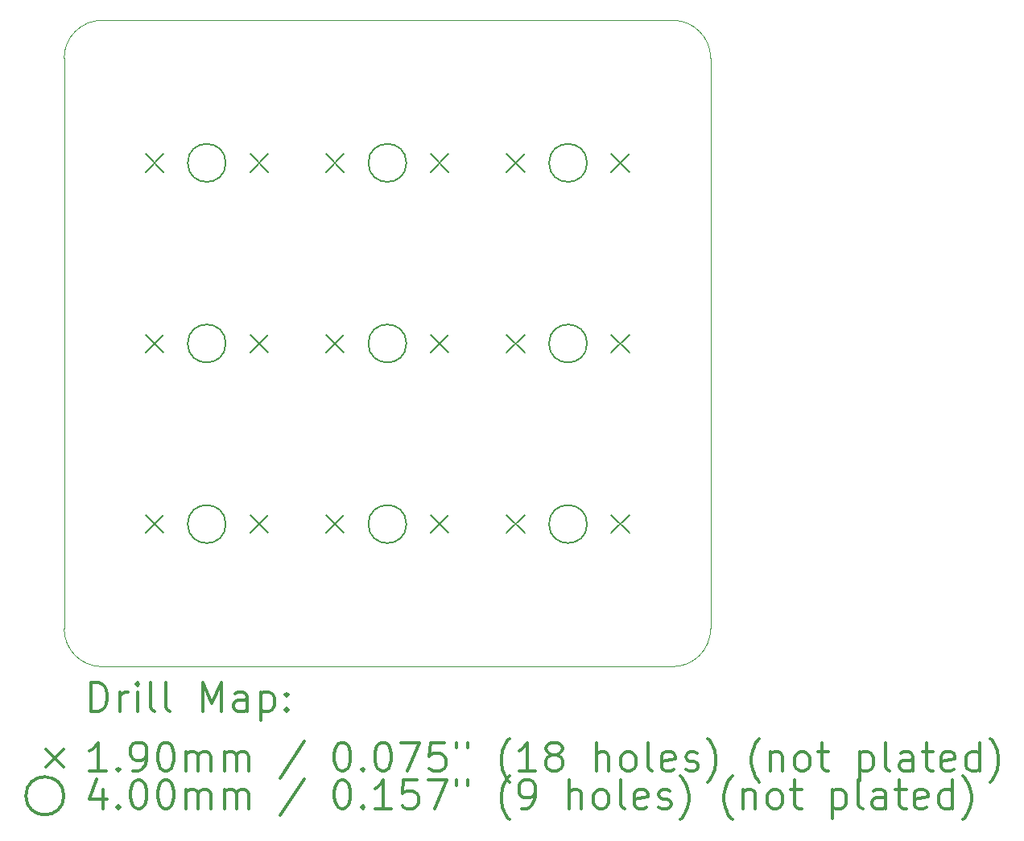
<source format=gbr>
%FSLAX45Y45*%
G04 Gerber Fmt 4.5, Leading zero omitted, Abs format (unit mm)*
G04 Created by KiCad (PCBNEW 5.1.6-1.fc32) date 2020-07-09 19:55:33*
%MOMM*%
%LPD*%
G01*
G04 APERTURE LIST*
%TA.AperFunction,Profile*%
%ADD10C,0.050000*%
%TD*%
%ADD11C,0.200000*%
%ADD12C,0.300000*%
G04 APERTURE END LIST*
D10*
X8500000Y-14900000D02*
X8500000Y-8900000D01*
X14900000Y-15300000D02*
X8900000Y-15300000D01*
X15300000Y-8900000D02*
X15300000Y-14900000D01*
X8900000Y-8500000D02*
X14900000Y-8500000D01*
X8500000Y-8900000D02*
G75*
G02*
X8900000Y-8500000I400000J0D01*
G01*
X8900000Y-15300000D02*
G75*
G02*
X8500000Y-14900000I0J400000D01*
G01*
X15300000Y-14900000D02*
G75*
G02*
X14900000Y-15300000I-400000J0D01*
G01*
X14900000Y-8500000D02*
G75*
G02*
X15300000Y-8900000I0J-400000D01*
G01*
D11*
X13155000Y-11805000D02*
X13345000Y-11995000D01*
X13345000Y-11805000D02*
X13155000Y-11995000D01*
X14255000Y-11805000D02*
X14445000Y-11995000D01*
X14445000Y-11805000D02*
X14255000Y-11995000D01*
X13155000Y-13705000D02*
X13345000Y-13895000D01*
X13345000Y-13705000D02*
X13155000Y-13895000D01*
X14255000Y-13705000D02*
X14445000Y-13895000D01*
X14445000Y-13705000D02*
X14255000Y-13895000D01*
X11255000Y-9905000D02*
X11445000Y-10095000D01*
X11445000Y-9905000D02*
X11255000Y-10095000D01*
X12355000Y-9905000D02*
X12545000Y-10095000D01*
X12545000Y-9905000D02*
X12355000Y-10095000D01*
X13155000Y-9905000D02*
X13345000Y-10095000D01*
X13345000Y-9905000D02*
X13155000Y-10095000D01*
X14255000Y-9905000D02*
X14445000Y-10095000D01*
X14445000Y-9905000D02*
X14255000Y-10095000D01*
X11255000Y-13705000D02*
X11445000Y-13895000D01*
X11445000Y-13705000D02*
X11255000Y-13895000D01*
X12355000Y-13705000D02*
X12545000Y-13895000D01*
X12545000Y-13705000D02*
X12355000Y-13895000D01*
X11255000Y-11805000D02*
X11445000Y-11995000D01*
X11445000Y-11805000D02*
X11255000Y-11995000D01*
X12355000Y-11805000D02*
X12545000Y-11995000D01*
X12545000Y-11805000D02*
X12355000Y-11995000D01*
X9355000Y-9905000D02*
X9545000Y-10095000D01*
X9545000Y-9905000D02*
X9355000Y-10095000D01*
X10455000Y-9905000D02*
X10645000Y-10095000D01*
X10645000Y-9905000D02*
X10455000Y-10095000D01*
X9355000Y-13705000D02*
X9545000Y-13895000D01*
X9545000Y-13705000D02*
X9355000Y-13895000D01*
X10455000Y-13705000D02*
X10645000Y-13895000D01*
X10645000Y-13705000D02*
X10455000Y-13895000D01*
X9355000Y-11805000D02*
X9545000Y-11995000D01*
X9545000Y-11805000D02*
X9355000Y-11995000D01*
X10455000Y-11805000D02*
X10645000Y-11995000D01*
X10645000Y-11805000D02*
X10455000Y-11995000D01*
X12100000Y-10000000D02*
G75*
G03*
X12100000Y-10000000I-200000J0D01*
G01*
X14000000Y-10000000D02*
G75*
G03*
X14000000Y-10000000I-200000J0D01*
G01*
X12100000Y-13800000D02*
G75*
G03*
X12100000Y-13800000I-200000J0D01*
G01*
X12100000Y-11900000D02*
G75*
G03*
X12100000Y-11900000I-200000J0D01*
G01*
X10200000Y-13800000D02*
G75*
G03*
X10200000Y-13800000I-200000J0D01*
G01*
X10200000Y-11900000D02*
G75*
G03*
X10200000Y-11900000I-200000J0D01*
G01*
X14000000Y-11900000D02*
G75*
G03*
X14000000Y-11900000I-200000J0D01*
G01*
X14000000Y-13800000D02*
G75*
G03*
X14000000Y-13800000I-200000J0D01*
G01*
X10200000Y-10000000D02*
G75*
G03*
X10200000Y-10000000I-200000J0D01*
G01*
D12*
X8783928Y-15768214D02*
X8783928Y-15468214D01*
X8855357Y-15468214D01*
X8898214Y-15482500D01*
X8926786Y-15511071D01*
X8941071Y-15539643D01*
X8955357Y-15596786D01*
X8955357Y-15639643D01*
X8941071Y-15696786D01*
X8926786Y-15725357D01*
X8898214Y-15753929D01*
X8855357Y-15768214D01*
X8783928Y-15768214D01*
X9083928Y-15768214D02*
X9083928Y-15568214D01*
X9083928Y-15625357D02*
X9098214Y-15596786D01*
X9112500Y-15582500D01*
X9141071Y-15568214D01*
X9169643Y-15568214D01*
X9269643Y-15768214D02*
X9269643Y-15568214D01*
X9269643Y-15468214D02*
X9255357Y-15482500D01*
X9269643Y-15496786D01*
X9283928Y-15482500D01*
X9269643Y-15468214D01*
X9269643Y-15496786D01*
X9455357Y-15768214D02*
X9426786Y-15753929D01*
X9412500Y-15725357D01*
X9412500Y-15468214D01*
X9612500Y-15768214D02*
X9583928Y-15753929D01*
X9569643Y-15725357D01*
X9569643Y-15468214D01*
X9955357Y-15768214D02*
X9955357Y-15468214D01*
X10055357Y-15682500D01*
X10155357Y-15468214D01*
X10155357Y-15768214D01*
X10426786Y-15768214D02*
X10426786Y-15611071D01*
X10412500Y-15582500D01*
X10383928Y-15568214D01*
X10326786Y-15568214D01*
X10298214Y-15582500D01*
X10426786Y-15753929D02*
X10398214Y-15768214D01*
X10326786Y-15768214D01*
X10298214Y-15753929D01*
X10283928Y-15725357D01*
X10283928Y-15696786D01*
X10298214Y-15668214D01*
X10326786Y-15653929D01*
X10398214Y-15653929D01*
X10426786Y-15639643D01*
X10569643Y-15568214D02*
X10569643Y-15868214D01*
X10569643Y-15582500D02*
X10598214Y-15568214D01*
X10655357Y-15568214D01*
X10683928Y-15582500D01*
X10698214Y-15596786D01*
X10712500Y-15625357D01*
X10712500Y-15711071D01*
X10698214Y-15739643D01*
X10683928Y-15753929D01*
X10655357Y-15768214D01*
X10598214Y-15768214D01*
X10569643Y-15753929D01*
X10841071Y-15739643D02*
X10855357Y-15753929D01*
X10841071Y-15768214D01*
X10826786Y-15753929D01*
X10841071Y-15739643D01*
X10841071Y-15768214D01*
X10841071Y-15582500D02*
X10855357Y-15596786D01*
X10841071Y-15611071D01*
X10826786Y-15596786D01*
X10841071Y-15582500D01*
X10841071Y-15611071D01*
X8307500Y-16167500D02*
X8497500Y-16357500D01*
X8497500Y-16167500D02*
X8307500Y-16357500D01*
X8941071Y-16398214D02*
X8769643Y-16398214D01*
X8855357Y-16398214D02*
X8855357Y-16098214D01*
X8826786Y-16141071D01*
X8798214Y-16169643D01*
X8769643Y-16183929D01*
X9069643Y-16369643D02*
X9083928Y-16383929D01*
X9069643Y-16398214D01*
X9055357Y-16383929D01*
X9069643Y-16369643D01*
X9069643Y-16398214D01*
X9226786Y-16398214D02*
X9283928Y-16398214D01*
X9312500Y-16383929D01*
X9326786Y-16369643D01*
X9355357Y-16326786D01*
X9369643Y-16269643D01*
X9369643Y-16155357D01*
X9355357Y-16126786D01*
X9341071Y-16112500D01*
X9312500Y-16098214D01*
X9255357Y-16098214D01*
X9226786Y-16112500D01*
X9212500Y-16126786D01*
X9198214Y-16155357D01*
X9198214Y-16226786D01*
X9212500Y-16255357D01*
X9226786Y-16269643D01*
X9255357Y-16283929D01*
X9312500Y-16283929D01*
X9341071Y-16269643D01*
X9355357Y-16255357D01*
X9369643Y-16226786D01*
X9555357Y-16098214D02*
X9583928Y-16098214D01*
X9612500Y-16112500D01*
X9626786Y-16126786D01*
X9641071Y-16155357D01*
X9655357Y-16212500D01*
X9655357Y-16283929D01*
X9641071Y-16341071D01*
X9626786Y-16369643D01*
X9612500Y-16383929D01*
X9583928Y-16398214D01*
X9555357Y-16398214D01*
X9526786Y-16383929D01*
X9512500Y-16369643D01*
X9498214Y-16341071D01*
X9483928Y-16283929D01*
X9483928Y-16212500D01*
X9498214Y-16155357D01*
X9512500Y-16126786D01*
X9526786Y-16112500D01*
X9555357Y-16098214D01*
X9783928Y-16398214D02*
X9783928Y-16198214D01*
X9783928Y-16226786D02*
X9798214Y-16212500D01*
X9826786Y-16198214D01*
X9869643Y-16198214D01*
X9898214Y-16212500D01*
X9912500Y-16241071D01*
X9912500Y-16398214D01*
X9912500Y-16241071D02*
X9926786Y-16212500D01*
X9955357Y-16198214D01*
X9998214Y-16198214D01*
X10026786Y-16212500D01*
X10041071Y-16241071D01*
X10041071Y-16398214D01*
X10183928Y-16398214D02*
X10183928Y-16198214D01*
X10183928Y-16226786D02*
X10198214Y-16212500D01*
X10226786Y-16198214D01*
X10269643Y-16198214D01*
X10298214Y-16212500D01*
X10312500Y-16241071D01*
X10312500Y-16398214D01*
X10312500Y-16241071D02*
X10326786Y-16212500D01*
X10355357Y-16198214D01*
X10398214Y-16198214D01*
X10426786Y-16212500D01*
X10441071Y-16241071D01*
X10441071Y-16398214D01*
X11026786Y-16083929D02*
X10769643Y-16469643D01*
X11412500Y-16098214D02*
X11441071Y-16098214D01*
X11469643Y-16112500D01*
X11483928Y-16126786D01*
X11498214Y-16155357D01*
X11512500Y-16212500D01*
X11512500Y-16283929D01*
X11498214Y-16341071D01*
X11483928Y-16369643D01*
X11469643Y-16383929D01*
X11441071Y-16398214D01*
X11412500Y-16398214D01*
X11383928Y-16383929D01*
X11369643Y-16369643D01*
X11355357Y-16341071D01*
X11341071Y-16283929D01*
X11341071Y-16212500D01*
X11355357Y-16155357D01*
X11369643Y-16126786D01*
X11383928Y-16112500D01*
X11412500Y-16098214D01*
X11641071Y-16369643D02*
X11655357Y-16383929D01*
X11641071Y-16398214D01*
X11626786Y-16383929D01*
X11641071Y-16369643D01*
X11641071Y-16398214D01*
X11841071Y-16098214D02*
X11869643Y-16098214D01*
X11898214Y-16112500D01*
X11912500Y-16126786D01*
X11926786Y-16155357D01*
X11941071Y-16212500D01*
X11941071Y-16283929D01*
X11926786Y-16341071D01*
X11912500Y-16369643D01*
X11898214Y-16383929D01*
X11869643Y-16398214D01*
X11841071Y-16398214D01*
X11812500Y-16383929D01*
X11798214Y-16369643D01*
X11783928Y-16341071D01*
X11769643Y-16283929D01*
X11769643Y-16212500D01*
X11783928Y-16155357D01*
X11798214Y-16126786D01*
X11812500Y-16112500D01*
X11841071Y-16098214D01*
X12041071Y-16098214D02*
X12241071Y-16098214D01*
X12112500Y-16398214D01*
X12498214Y-16098214D02*
X12355357Y-16098214D01*
X12341071Y-16241071D01*
X12355357Y-16226786D01*
X12383928Y-16212500D01*
X12455357Y-16212500D01*
X12483928Y-16226786D01*
X12498214Y-16241071D01*
X12512500Y-16269643D01*
X12512500Y-16341071D01*
X12498214Y-16369643D01*
X12483928Y-16383929D01*
X12455357Y-16398214D01*
X12383928Y-16398214D01*
X12355357Y-16383929D01*
X12341071Y-16369643D01*
X12626786Y-16098214D02*
X12626786Y-16155357D01*
X12741071Y-16098214D02*
X12741071Y-16155357D01*
X13183928Y-16512500D02*
X13169643Y-16498214D01*
X13141071Y-16455357D01*
X13126786Y-16426786D01*
X13112500Y-16383929D01*
X13098214Y-16312500D01*
X13098214Y-16255357D01*
X13112500Y-16183929D01*
X13126786Y-16141071D01*
X13141071Y-16112500D01*
X13169643Y-16069643D01*
X13183928Y-16055357D01*
X13455357Y-16398214D02*
X13283928Y-16398214D01*
X13369643Y-16398214D02*
X13369643Y-16098214D01*
X13341071Y-16141071D01*
X13312500Y-16169643D01*
X13283928Y-16183929D01*
X13626786Y-16226786D02*
X13598214Y-16212500D01*
X13583928Y-16198214D01*
X13569643Y-16169643D01*
X13569643Y-16155357D01*
X13583928Y-16126786D01*
X13598214Y-16112500D01*
X13626786Y-16098214D01*
X13683928Y-16098214D01*
X13712500Y-16112500D01*
X13726786Y-16126786D01*
X13741071Y-16155357D01*
X13741071Y-16169643D01*
X13726786Y-16198214D01*
X13712500Y-16212500D01*
X13683928Y-16226786D01*
X13626786Y-16226786D01*
X13598214Y-16241071D01*
X13583928Y-16255357D01*
X13569643Y-16283929D01*
X13569643Y-16341071D01*
X13583928Y-16369643D01*
X13598214Y-16383929D01*
X13626786Y-16398214D01*
X13683928Y-16398214D01*
X13712500Y-16383929D01*
X13726786Y-16369643D01*
X13741071Y-16341071D01*
X13741071Y-16283929D01*
X13726786Y-16255357D01*
X13712500Y-16241071D01*
X13683928Y-16226786D01*
X14098214Y-16398214D02*
X14098214Y-16098214D01*
X14226786Y-16398214D02*
X14226786Y-16241071D01*
X14212500Y-16212500D01*
X14183928Y-16198214D01*
X14141071Y-16198214D01*
X14112500Y-16212500D01*
X14098214Y-16226786D01*
X14412500Y-16398214D02*
X14383928Y-16383929D01*
X14369643Y-16369643D01*
X14355357Y-16341071D01*
X14355357Y-16255357D01*
X14369643Y-16226786D01*
X14383928Y-16212500D01*
X14412500Y-16198214D01*
X14455357Y-16198214D01*
X14483928Y-16212500D01*
X14498214Y-16226786D01*
X14512500Y-16255357D01*
X14512500Y-16341071D01*
X14498214Y-16369643D01*
X14483928Y-16383929D01*
X14455357Y-16398214D01*
X14412500Y-16398214D01*
X14683928Y-16398214D02*
X14655357Y-16383929D01*
X14641071Y-16355357D01*
X14641071Y-16098214D01*
X14912500Y-16383929D02*
X14883928Y-16398214D01*
X14826786Y-16398214D01*
X14798214Y-16383929D01*
X14783928Y-16355357D01*
X14783928Y-16241071D01*
X14798214Y-16212500D01*
X14826786Y-16198214D01*
X14883928Y-16198214D01*
X14912500Y-16212500D01*
X14926786Y-16241071D01*
X14926786Y-16269643D01*
X14783928Y-16298214D01*
X15041071Y-16383929D02*
X15069643Y-16398214D01*
X15126786Y-16398214D01*
X15155357Y-16383929D01*
X15169643Y-16355357D01*
X15169643Y-16341071D01*
X15155357Y-16312500D01*
X15126786Y-16298214D01*
X15083928Y-16298214D01*
X15055357Y-16283929D01*
X15041071Y-16255357D01*
X15041071Y-16241071D01*
X15055357Y-16212500D01*
X15083928Y-16198214D01*
X15126786Y-16198214D01*
X15155357Y-16212500D01*
X15269643Y-16512500D02*
X15283928Y-16498214D01*
X15312500Y-16455357D01*
X15326786Y-16426786D01*
X15341071Y-16383929D01*
X15355357Y-16312500D01*
X15355357Y-16255357D01*
X15341071Y-16183929D01*
X15326786Y-16141071D01*
X15312500Y-16112500D01*
X15283928Y-16069643D01*
X15269643Y-16055357D01*
X15812500Y-16512500D02*
X15798214Y-16498214D01*
X15769643Y-16455357D01*
X15755357Y-16426786D01*
X15741071Y-16383929D01*
X15726786Y-16312500D01*
X15726786Y-16255357D01*
X15741071Y-16183929D01*
X15755357Y-16141071D01*
X15769643Y-16112500D01*
X15798214Y-16069643D01*
X15812500Y-16055357D01*
X15926786Y-16198214D02*
X15926786Y-16398214D01*
X15926786Y-16226786D02*
X15941071Y-16212500D01*
X15969643Y-16198214D01*
X16012500Y-16198214D01*
X16041071Y-16212500D01*
X16055357Y-16241071D01*
X16055357Y-16398214D01*
X16241071Y-16398214D02*
X16212500Y-16383929D01*
X16198214Y-16369643D01*
X16183928Y-16341071D01*
X16183928Y-16255357D01*
X16198214Y-16226786D01*
X16212500Y-16212500D01*
X16241071Y-16198214D01*
X16283928Y-16198214D01*
X16312500Y-16212500D01*
X16326786Y-16226786D01*
X16341071Y-16255357D01*
X16341071Y-16341071D01*
X16326786Y-16369643D01*
X16312500Y-16383929D01*
X16283928Y-16398214D01*
X16241071Y-16398214D01*
X16426786Y-16198214D02*
X16541071Y-16198214D01*
X16469643Y-16098214D02*
X16469643Y-16355357D01*
X16483928Y-16383929D01*
X16512500Y-16398214D01*
X16541071Y-16398214D01*
X16869643Y-16198214D02*
X16869643Y-16498214D01*
X16869643Y-16212500D02*
X16898214Y-16198214D01*
X16955357Y-16198214D01*
X16983928Y-16212500D01*
X16998214Y-16226786D01*
X17012500Y-16255357D01*
X17012500Y-16341071D01*
X16998214Y-16369643D01*
X16983928Y-16383929D01*
X16955357Y-16398214D01*
X16898214Y-16398214D01*
X16869643Y-16383929D01*
X17183928Y-16398214D02*
X17155357Y-16383929D01*
X17141071Y-16355357D01*
X17141071Y-16098214D01*
X17426786Y-16398214D02*
X17426786Y-16241071D01*
X17412500Y-16212500D01*
X17383928Y-16198214D01*
X17326786Y-16198214D01*
X17298214Y-16212500D01*
X17426786Y-16383929D02*
X17398214Y-16398214D01*
X17326786Y-16398214D01*
X17298214Y-16383929D01*
X17283928Y-16355357D01*
X17283928Y-16326786D01*
X17298214Y-16298214D01*
X17326786Y-16283929D01*
X17398214Y-16283929D01*
X17426786Y-16269643D01*
X17526786Y-16198214D02*
X17641071Y-16198214D01*
X17569643Y-16098214D02*
X17569643Y-16355357D01*
X17583928Y-16383929D01*
X17612500Y-16398214D01*
X17641071Y-16398214D01*
X17855357Y-16383929D02*
X17826786Y-16398214D01*
X17769643Y-16398214D01*
X17741071Y-16383929D01*
X17726786Y-16355357D01*
X17726786Y-16241071D01*
X17741071Y-16212500D01*
X17769643Y-16198214D01*
X17826786Y-16198214D01*
X17855357Y-16212500D01*
X17869643Y-16241071D01*
X17869643Y-16269643D01*
X17726786Y-16298214D01*
X18126786Y-16398214D02*
X18126786Y-16098214D01*
X18126786Y-16383929D02*
X18098214Y-16398214D01*
X18041071Y-16398214D01*
X18012500Y-16383929D01*
X17998214Y-16369643D01*
X17983928Y-16341071D01*
X17983928Y-16255357D01*
X17998214Y-16226786D01*
X18012500Y-16212500D01*
X18041071Y-16198214D01*
X18098214Y-16198214D01*
X18126786Y-16212500D01*
X18241071Y-16512500D02*
X18255357Y-16498214D01*
X18283928Y-16455357D01*
X18298214Y-16426786D01*
X18312500Y-16383929D01*
X18326786Y-16312500D01*
X18326786Y-16255357D01*
X18312500Y-16183929D01*
X18298214Y-16141071D01*
X18283928Y-16112500D01*
X18255357Y-16069643D01*
X18241071Y-16055357D01*
X8497500Y-16658500D02*
G75*
G03*
X8497500Y-16658500I-200000J0D01*
G01*
X8912500Y-16594214D02*
X8912500Y-16794214D01*
X8841071Y-16479929D02*
X8769643Y-16694214D01*
X8955357Y-16694214D01*
X9069643Y-16765643D02*
X9083928Y-16779929D01*
X9069643Y-16794214D01*
X9055357Y-16779929D01*
X9069643Y-16765643D01*
X9069643Y-16794214D01*
X9269643Y-16494214D02*
X9298214Y-16494214D01*
X9326786Y-16508500D01*
X9341071Y-16522786D01*
X9355357Y-16551357D01*
X9369643Y-16608500D01*
X9369643Y-16679929D01*
X9355357Y-16737071D01*
X9341071Y-16765643D01*
X9326786Y-16779929D01*
X9298214Y-16794214D01*
X9269643Y-16794214D01*
X9241071Y-16779929D01*
X9226786Y-16765643D01*
X9212500Y-16737071D01*
X9198214Y-16679929D01*
X9198214Y-16608500D01*
X9212500Y-16551357D01*
X9226786Y-16522786D01*
X9241071Y-16508500D01*
X9269643Y-16494214D01*
X9555357Y-16494214D02*
X9583928Y-16494214D01*
X9612500Y-16508500D01*
X9626786Y-16522786D01*
X9641071Y-16551357D01*
X9655357Y-16608500D01*
X9655357Y-16679929D01*
X9641071Y-16737071D01*
X9626786Y-16765643D01*
X9612500Y-16779929D01*
X9583928Y-16794214D01*
X9555357Y-16794214D01*
X9526786Y-16779929D01*
X9512500Y-16765643D01*
X9498214Y-16737071D01*
X9483928Y-16679929D01*
X9483928Y-16608500D01*
X9498214Y-16551357D01*
X9512500Y-16522786D01*
X9526786Y-16508500D01*
X9555357Y-16494214D01*
X9783928Y-16794214D02*
X9783928Y-16594214D01*
X9783928Y-16622786D02*
X9798214Y-16608500D01*
X9826786Y-16594214D01*
X9869643Y-16594214D01*
X9898214Y-16608500D01*
X9912500Y-16637071D01*
X9912500Y-16794214D01*
X9912500Y-16637071D02*
X9926786Y-16608500D01*
X9955357Y-16594214D01*
X9998214Y-16594214D01*
X10026786Y-16608500D01*
X10041071Y-16637071D01*
X10041071Y-16794214D01*
X10183928Y-16794214D02*
X10183928Y-16594214D01*
X10183928Y-16622786D02*
X10198214Y-16608500D01*
X10226786Y-16594214D01*
X10269643Y-16594214D01*
X10298214Y-16608500D01*
X10312500Y-16637071D01*
X10312500Y-16794214D01*
X10312500Y-16637071D02*
X10326786Y-16608500D01*
X10355357Y-16594214D01*
X10398214Y-16594214D01*
X10426786Y-16608500D01*
X10441071Y-16637071D01*
X10441071Y-16794214D01*
X11026786Y-16479929D02*
X10769643Y-16865643D01*
X11412500Y-16494214D02*
X11441071Y-16494214D01*
X11469643Y-16508500D01*
X11483928Y-16522786D01*
X11498214Y-16551357D01*
X11512500Y-16608500D01*
X11512500Y-16679929D01*
X11498214Y-16737071D01*
X11483928Y-16765643D01*
X11469643Y-16779929D01*
X11441071Y-16794214D01*
X11412500Y-16794214D01*
X11383928Y-16779929D01*
X11369643Y-16765643D01*
X11355357Y-16737071D01*
X11341071Y-16679929D01*
X11341071Y-16608500D01*
X11355357Y-16551357D01*
X11369643Y-16522786D01*
X11383928Y-16508500D01*
X11412500Y-16494214D01*
X11641071Y-16765643D02*
X11655357Y-16779929D01*
X11641071Y-16794214D01*
X11626786Y-16779929D01*
X11641071Y-16765643D01*
X11641071Y-16794214D01*
X11941071Y-16794214D02*
X11769643Y-16794214D01*
X11855357Y-16794214D02*
X11855357Y-16494214D01*
X11826786Y-16537071D01*
X11798214Y-16565643D01*
X11769643Y-16579929D01*
X12212500Y-16494214D02*
X12069643Y-16494214D01*
X12055357Y-16637071D01*
X12069643Y-16622786D01*
X12098214Y-16608500D01*
X12169643Y-16608500D01*
X12198214Y-16622786D01*
X12212500Y-16637071D01*
X12226786Y-16665643D01*
X12226786Y-16737071D01*
X12212500Y-16765643D01*
X12198214Y-16779929D01*
X12169643Y-16794214D01*
X12098214Y-16794214D01*
X12069643Y-16779929D01*
X12055357Y-16765643D01*
X12326786Y-16494214D02*
X12526786Y-16494214D01*
X12398214Y-16794214D01*
X12626786Y-16494214D02*
X12626786Y-16551357D01*
X12741071Y-16494214D02*
X12741071Y-16551357D01*
X13183928Y-16908500D02*
X13169643Y-16894214D01*
X13141071Y-16851357D01*
X13126786Y-16822786D01*
X13112500Y-16779929D01*
X13098214Y-16708500D01*
X13098214Y-16651357D01*
X13112500Y-16579929D01*
X13126786Y-16537071D01*
X13141071Y-16508500D01*
X13169643Y-16465643D01*
X13183928Y-16451357D01*
X13312500Y-16794214D02*
X13369643Y-16794214D01*
X13398214Y-16779929D01*
X13412500Y-16765643D01*
X13441071Y-16722786D01*
X13455357Y-16665643D01*
X13455357Y-16551357D01*
X13441071Y-16522786D01*
X13426786Y-16508500D01*
X13398214Y-16494214D01*
X13341071Y-16494214D01*
X13312500Y-16508500D01*
X13298214Y-16522786D01*
X13283928Y-16551357D01*
X13283928Y-16622786D01*
X13298214Y-16651357D01*
X13312500Y-16665643D01*
X13341071Y-16679929D01*
X13398214Y-16679929D01*
X13426786Y-16665643D01*
X13441071Y-16651357D01*
X13455357Y-16622786D01*
X13812500Y-16794214D02*
X13812500Y-16494214D01*
X13941071Y-16794214D02*
X13941071Y-16637071D01*
X13926786Y-16608500D01*
X13898214Y-16594214D01*
X13855357Y-16594214D01*
X13826786Y-16608500D01*
X13812500Y-16622786D01*
X14126786Y-16794214D02*
X14098214Y-16779929D01*
X14083928Y-16765643D01*
X14069643Y-16737071D01*
X14069643Y-16651357D01*
X14083928Y-16622786D01*
X14098214Y-16608500D01*
X14126786Y-16594214D01*
X14169643Y-16594214D01*
X14198214Y-16608500D01*
X14212500Y-16622786D01*
X14226786Y-16651357D01*
X14226786Y-16737071D01*
X14212500Y-16765643D01*
X14198214Y-16779929D01*
X14169643Y-16794214D01*
X14126786Y-16794214D01*
X14398214Y-16794214D02*
X14369643Y-16779929D01*
X14355357Y-16751357D01*
X14355357Y-16494214D01*
X14626786Y-16779929D02*
X14598214Y-16794214D01*
X14541071Y-16794214D01*
X14512500Y-16779929D01*
X14498214Y-16751357D01*
X14498214Y-16637071D01*
X14512500Y-16608500D01*
X14541071Y-16594214D01*
X14598214Y-16594214D01*
X14626786Y-16608500D01*
X14641071Y-16637071D01*
X14641071Y-16665643D01*
X14498214Y-16694214D01*
X14755357Y-16779929D02*
X14783928Y-16794214D01*
X14841071Y-16794214D01*
X14869643Y-16779929D01*
X14883928Y-16751357D01*
X14883928Y-16737071D01*
X14869643Y-16708500D01*
X14841071Y-16694214D01*
X14798214Y-16694214D01*
X14769643Y-16679929D01*
X14755357Y-16651357D01*
X14755357Y-16637071D01*
X14769643Y-16608500D01*
X14798214Y-16594214D01*
X14841071Y-16594214D01*
X14869643Y-16608500D01*
X14983928Y-16908500D02*
X14998214Y-16894214D01*
X15026786Y-16851357D01*
X15041071Y-16822786D01*
X15055357Y-16779929D01*
X15069643Y-16708500D01*
X15069643Y-16651357D01*
X15055357Y-16579929D01*
X15041071Y-16537071D01*
X15026786Y-16508500D01*
X14998214Y-16465643D01*
X14983928Y-16451357D01*
X15526786Y-16908500D02*
X15512500Y-16894214D01*
X15483928Y-16851357D01*
X15469643Y-16822786D01*
X15455357Y-16779929D01*
X15441071Y-16708500D01*
X15441071Y-16651357D01*
X15455357Y-16579929D01*
X15469643Y-16537071D01*
X15483928Y-16508500D01*
X15512500Y-16465643D01*
X15526786Y-16451357D01*
X15641071Y-16594214D02*
X15641071Y-16794214D01*
X15641071Y-16622786D02*
X15655357Y-16608500D01*
X15683928Y-16594214D01*
X15726786Y-16594214D01*
X15755357Y-16608500D01*
X15769643Y-16637071D01*
X15769643Y-16794214D01*
X15955357Y-16794214D02*
X15926786Y-16779929D01*
X15912500Y-16765643D01*
X15898214Y-16737071D01*
X15898214Y-16651357D01*
X15912500Y-16622786D01*
X15926786Y-16608500D01*
X15955357Y-16594214D01*
X15998214Y-16594214D01*
X16026786Y-16608500D01*
X16041071Y-16622786D01*
X16055357Y-16651357D01*
X16055357Y-16737071D01*
X16041071Y-16765643D01*
X16026786Y-16779929D01*
X15998214Y-16794214D01*
X15955357Y-16794214D01*
X16141071Y-16594214D02*
X16255357Y-16594214D01*
X16183928Y-16494214D02*
X16183928Y-16751357D01*
X16198214Y-16779929D01*
X16226786Y-16794214D01*
X16255357Y-16794214D01*
X16583928Y-16594214D02*
X16583928Y-16894214D01*
X16583928Y-16608500D02*
X16612500Y-16594214D01*
X16669643Y-16594214D01*
X16698214Y-16608500D01*
X16712500Y-16622786D01*
X16726786Y-16651357D01*
X16726786Y-16737071D01*
X16712500Y-16765643D01*
X16698214Y-16779929D01*
X16669643Y-16794214D01*
X16612500Y-16794214D01*
X16583928Y-16779929D01*
X16898214Y-16794214D02*
X16869643Y-16779929D01*
X16855357Y-16751357D01*
X16855357Y-16494214D01*
X17141071Y-16794214D02*
X17141071Y-16637071D01*
X17126786Y-16608500D01*
X17098214Y-16594214D01*
X17041071Y-16594214D01*
X17012500Y-16608500D01*
X17141071Y-16779929D02*
X17112500Y-16794214D01*
X17041071Y-16794214D01*
X17012500Y-16779929D01*
X16998214Y-16751357D01*
X16998214Y-16722786D01*
X17012500Y-16694214D01*
X17041071Y-16679929D01*
X17112500Y-16679929D01*
X17141071Y-16665643D01*
X17241071Y-16594214D02*
X17355357Y-16594214D01*
X17283928Y-16494214D02*
X17283928Y-16751357D01*
X17298214Y-16779929D01*
X17326786Y-16794214D01*
X17355357Y-16794214D01*
X17569643Y-16779929D02*
X17541071Y-16794214D01*
X17483928Y-16794214D01*
X17455357Y-16779929D01*
X17441071Y-16751357D01*
X17441071Y-16637071D01*
X17455357Y-16608500D01*
X17483928Y-16594214D01*
X17541071Y-16594214D01*
X17569643Y-16608500D01*
X17583928Y-16637071D01*
X17583928Y-16665643D01*
X17441071Y-16694214D01*
X17841071Y-16794214D02*
X17841071Y-16494214D01*
X17841071Y-16779929D02*
X17812500Y-16794214D01*
X17755357Y-16794214D01*
X17726786Y-16779929D01*
X17712500Y-16765643D01*
X17698214Y-16737071D01*
X17698214Y-16651357D01*
X17712500Y-16622786D01*
X17726786Y-16608500D01*
X17755357Y-16594214D01*
X17812500Y-16594214D01*
X17841071Y-16608500D01*
X17955357Y-16908500D02*
X17969643Y-16894214D01*
X17998214Y-16851357D01*
X18012500Y-16822786D01*
X18026786Y-16779929D01*
X18041071Y-16708500D01*
X18041071Y-16651357D01*
X18026786Y-16579929D01*
X18012500Y-16537071D01*
X17998214Y-16508500D01*
X17969643Y-16465643D01*
X17955357Y-16451357D01*
M02*

</source>
